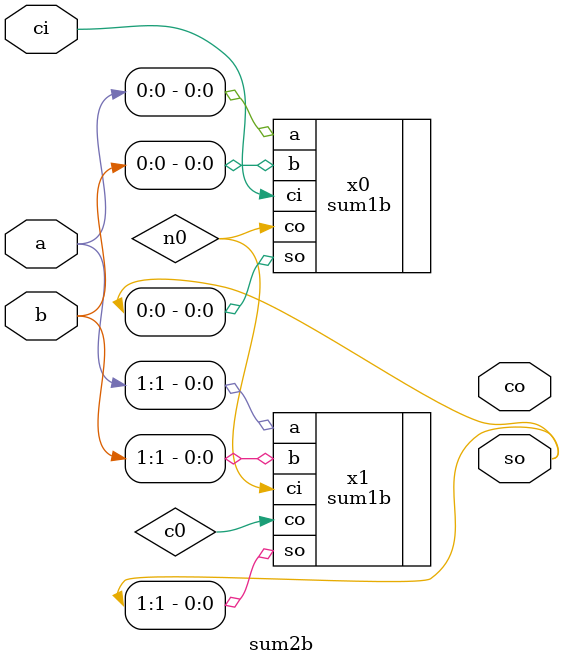
<source format=v>

module sum2b (a,b,ci,so,co);
	//Puertos
	//sentido  tipo   tamaño   nombre 
	input 	         [1:0]	   a,b;
	input                      ci;
	output			    [1:0]   so;
	output                     co;
	//Alambres
	//tipo       tamaño  nombre
	wire			  			n0;
	
	//Registros

//Asignaciones///
	//señales
	//	assign So= Ci^(A^B);
	//	assign Co= (A&B)|(Ci&(A^B));

	//Componente
	//nombre   etiqueta (puertos)
	sum1b      x0       (.a(a[0]),.b(b[0]),.ci(ci),.so(so[0]),.co(n0));
	sum1b      x1       (.a(a[1]),.b(b[1]),.ci(n0),.so(so[1]),.co(c0));
	
	//Secuenciales
endmodule 
</source>
